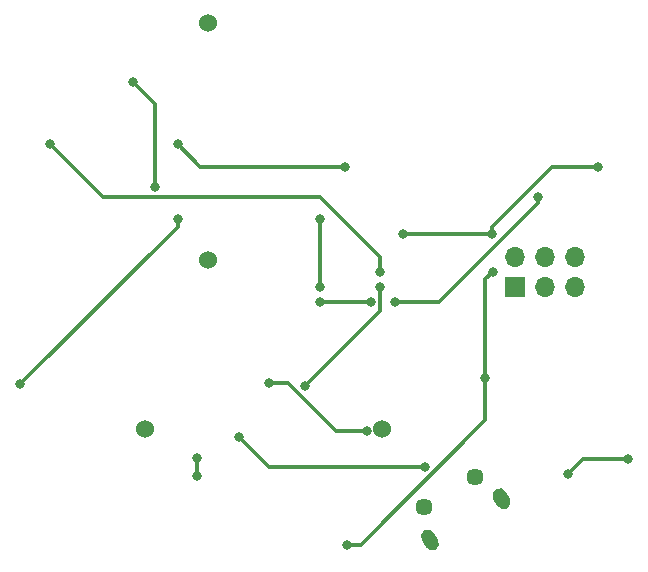
<source format=gbr>
%TF.GenerationSoftware,KiCad,Pcbnew,(5.1.12)-1*%
%TF.CreationDate,2021-12-12T20:51:00-05:00*%
%TF.ProjectId,snowflake,736e6f77-666c-4616-9b65-2e6b69636164,rev?*%
%TF.SameCoordinates,Original*%
%TF.FileFunction,Copper,L2,Bot*%
%TF.FilePolarity,Positive*%
%FSLAX46Y46*%
G04 Gerber Fmt 4.6, Leading zero omitted, Abs format (unit mm)*
G04 Created by KiCad (PCBNEW (5.1.12)-1) date 2021-12-12 20:51:00*
%MOMM*%
%LPD*%
G01*
G04 APERTURE LIST*
%TA.AperFunction,ComponentPad*%
%ADD10O,1.700000X1.700000*%
%TD*%
%TA.AperFunction,ComponentPad*%
%ADD11R,1.700000X1.700000*%
%TD*%
%TA.AperFunction,ComponentPad*%
%ADD12C,1.524000*%
%TD*%
%TA.AperFunction,ComponentPad*%
%ADD13C,1.450000*%
%TD*%
%TA.AperFunction,ViaPad*%
%ADD14C,0.800000*%
%TD*%
%TA.AperFunction,Conductor*%
%ADD15C,0.350000*%
%TD*%
G04 APERTURE END LIST*
D10*
%TO.P,J1,6*%
%TO.N,GND*%
X175260000Y-96520000D03*
%TO.P,J1,5*%
%TO.N,LED4*%
X175260000Y-99060000D03*
%TO.P,J1,4*%
%TO.N,MOSI*%
X172720000Y-96520000D03*
%TO.P,J1,3*%
%TO.N,SCK*%
X172720000Y-99060000D03*
%TO.P,J1,2*%
%TO.N,+5V*%
X170180000Y-96520000D03*
D11*
%TO.P,J1,1*%
%TO.N,MISO*%
X170180000Y-99060000D03*
%TD*%
D12*
%TO.P,BT1,2*%
%TO.N,GND*%
X144145000Y-96774000D03*
%TO.P,BT1,1*%
%TO.N,Net-(BT1-Pad1)*%
X144145000Y-76708000D03*
%TD*%
%TO.P,BT2,1*%
%TO.N,Net-(BT2-Pad1)*%
X158877000Y-111125000D03*
%TO.P,BT2,2*%
%TO.N,Net-(BT1-Pad1)*%
X138811000Y-111125000D03*
%TD*%
D13*
%TO.P,J2,6*%
%TO.N,GND*%
X162483086Y-117687038D03*
X166813214Y-115187038D03*
%TA.AperFunction,ComponentPad*%
G36*
G01*
X163311676Y-119922197D02*
X163661676Y-120528415D01*
G75*
G02*
X163442061Y-121348030I-519615J-300000D01*
G01*
X163442061Y-121348030D01*
G75*
G02*
X162622446Y-121128415I-300000J519615D01*
G01*
X162272446Y-120522197D01*
G75*
G02*
X162492061Y-119702582I519615J300000D01*
G01*
X162492061Y-119702582D01*
G75*
G02*
X163311676Y-119922197I300000J-519615D01*
G01*
G37*
%TD.AperFunction*%
%TA.AperFunction,ComponentPad*%
G36*
G01*
X168684624Y-117628415D02*
X168334624Y-117022197D01*
G75*
G02*
X168554239Y-116202582I519615J300000D01*
G01*
X168554239Y-116202582D01*
G75*
G02*
X169373854Y-116422197I300000J-519615D01*
G01*
X169723854Y-117028415D01*
G75*
G02*
X169504239Y-117848030I-519615J-300000D01*
G01*
X169504239Y-117848030D01*
G75*
G02*
X168684624Y-117628415I-300000J519615D01*
G01*
G37*
%TD.AperFunction*%
%TD*%
D14*
%TO.N,+5V*%
X160655000Y-94615000D03*
X168219990Y-94574990D03*
X177165000Y-88900000D03*
X128270000Y-107315000D03*
X141605000Y-93345000D03*
X167640000Y-106814779D03*
X168275000Y-97790000D03*
X155956000Y-120904000D03*
%TO.N,GND*%
X141605000Y-86995000D03*
X155769999Y-88900000D03*
X174625000Y-114935000D03*
X179705000Y-113665000D03*
%TO.N,LED3*%
X172085000Y-91440000D03*
X160020000Y-100330000D03*
X157975000Y-100330000D03*
X153670000Y-100330000D03*
%TO.N,LED4*%
X153670000Y-93345000D03*
X153670000Y-99060000D03*
%TO.N,LED5*%
X158750000Y-97790000D03*
X130810000Y-86995000D03*
%TO.N,LED6*%
X152400000Y-107455000D03*
X158750000Y-99060000D03*
%TO.N,Net-(BT1-Pad1)*%
X137795000Y-81723238D03*
X139700000Y-90665000D03*
%TO.N,Net-(BT2-Pad1)*%
X157620000Y-111252000D03*
X149352000Y-107188000D03*
%TO.N,+5VA*%
X143256000Y-113576762D03*
X143256000Y-115126762D03*
X146812000Y-111760000D03*
X162560000Y-114300000D03*
%TD*%
D15*
%TO.N,+5V*%
X168179980Y-94615000D02*
X168219990Y-94574990D01*
X160655000Y-94615000D02*
X168179980Y-94615000D01*
X168219990Y-94009305D02*
X168219990Y-94574990D01*
X173329295Y-88900000D02*
X168219990Y-94009305D01*
X177165000Y-88900000D02*
X173329295Y-88900000D01*
X141605000Y-93980000D02*
X141605000Y-93345000D01*
X128270000Y-107315000D02*
X141605000Y-93980000D01*
X167640000Y-98425000D02*
X168275000Y-97790000D01*
X167640000Y-106814779D02*
X167640000Y-98425000D01*
X167640000Y-110367002D02*
X167640000Y-106814779D01*
X157103002Y-120904000D02*
X167640000Y-110367002D01*
X155956000Y-120904000D02*
X157103002Y-120904000D01*
%TO.N,GND*%
X143510000Y-88900000D02*
X155769999Y-88900000D01*
X141605000Y-86995000D02*
X143510000Y-88900000D01*
X175895000Y-113665000D02*
X179705000Y-113665000D01*
X174625000Y-114935000D02*
X175895000Y-113665000D01*
%TO.N,LED3*%
X163760685Y-100330000D02*
X160020000Y-100330000D01*
X172085000Y-92005685D02*
X163760685Y-100330000D01*
X172085000Y-91440000D02*
X172085000Y-92005685D01*
X157975000Y-100330000D02*
X153670000Y-100330000D01*
%TO.N,LED4*%
X153670000Y-93345000D02*
X153670000Y-99060000D01*
%TO.N,LED5*%
X158750000Y-96520000D02*
X158750000Y-97790000D01*
X153670000Y-91440000D02*
X158750000Y-96520000D01*
X135255000Y-91440000D02*
X153670000Y-91440000D01*
X130810000Y-86995000D02*
X135255000Y-91440000D01*
%TO.N,LED6*%
X158750000Y-101105000D02*
X158750000Y-99060000D01*
X152400000Y-107455000D02*
X158750000Y-101105000D01*
%TO.N,Net-(BT1-Pad1)*%
X139700000Y-83628238D02*
X139700000Y-90665000D01*
X137795000Y-81723238D02*
X139700000Y-83628238D01*
%TO.N,Net-(BT2-Pad1)*%
X157620000Y-111252000D02*
X155956000Y-111252000D01*
X150985998Y-107188000D02*
X149352000Y-107188000D01*
X155049998Y-111252000D02*
X150985998Y-107188000D01*
X155956000Y-111252000D02*
X155049998Y-111252000D01*
%TO.N,+5VA*%
X143256000Y-113576762D02*
X143256000Y-115126762D01*
X149352000Y-114300000D02*
X162560000Y-114300000D01*
X146812000Y-111760000D02*
X149352000Y-114300000D01*
%TD*%
M02*

</source>
